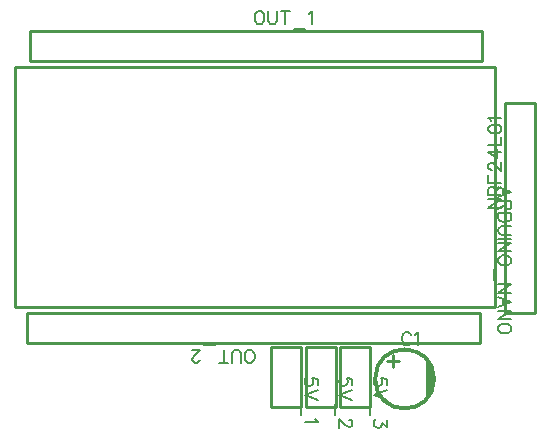
<source format=gto>
G04 Layer: TopSilkLayer*
G04 EasyEDA v6.4.19.4, 2021-04-27T12:02:32+05:30*
G04 545d4b8ce55c4096bfffc31d6a5384ca,10*
G04 Gerber Generator version 0.2*
G04 Scale: 100 percent, Rotated: No, Reflected: No *
G04 Dimensions in millimeters *
G04 leading zeros omitted , absolute positions ,4 integer and 5 decimal *
%FSLAX45Y45*%
%MOMM*%

%ADD10C,0.2540*%
%ADD17C,0.3000*%
%ADD18C,0.1524*%

%LPD*%
D18*
X4824984Y4165600D02*
G01*
X4933950Y4165600D01*
X4824984Y4165600D02*
G01*
X4933950Y4238244D01*
X4824984Y4238244D02*
G01*
X4933950Y4238244D01*
X4824984Y4272534D02*
G01*
X4933950Y4272534D01*
X4824984Y4272534D02*
G01*
X4824984Y4319270D01*
X4830063Y4335018D01*
X4835397Y4340097D01*
X4845811Y4345431D01*
X4856225Y4345431D01*
X4866640Y4340097D01*
X4871720Y4335018D01*
X4876800Y4319270D01*
X4876800Y4272534D01*
X4876800Y4309110D02*
G01*
X4933950Y4345431D01*
X4824984Y4379721D02*
G01*
X4933950Y4379721D01*
X4824984Y4379721D02*
G01*
X4824984Y4447286D01*
X4876800Y4379721D02*
G01*
X4876800Y4421123D01*
X4850891Y4486655D02*
G01*
X4845811Y4486655D01*
X4835397Y4491989D01*
X4830063Y4497070D01*
X4824984Y4507484D01*
X4824984Y4528312D01*
X4830063Y4538726D01*
X4835397Y4543805D01*
X4845811Y4549139D01*
X4856225Y4549139D01*
X4866640Y4543805D01*
X4882134Y4533392D01*
X4933950Y4481576D01*
X4933950Y4554220D01*
X4824984Y4640579D02*
G01*
X4897627Y4588510D01*
X4897627Y4666487D01*
X4824984Y4640579D02*
G01*
X4933950Y4640579D01*
X4824984Y4700778D02*
G01*
X4933950Y4700778D01*
X4933950Y4700778D02*
G01*
X4933950Y4763007D01*
X4824984Y4828539D02*
G01*
X4830063Y4813045D01*
X4845811Y4802631D01*
X4871720Y4797297D01*
X4887213Y4797297D01*
X4913375Y4802631D01*
X4928870Y4813045D01*
X4933950Y4828539D01*
X4933950Y4838954D01*
X4928870Y4854447D01*
X4913375Y4864862D01*
X4887213Y4870195D01*
X4871720Y4870195D01*
X4845811Y4864862D01*
X4830063Y4854447D01*
X4824984Y4838954D01*
X4824984Y4828539D01*
X4845811Y4904486D02*
G01*
X4840477Y4914900D01*
X4824984Y4930394D01*
X4933950Y4930394D01*
X4170578Y3086607D02*
G01*
X4165244Y3097021D01*
X4154830Y3107436D01*
X4144670Y3112515D01*
X4123842Y3112515D01*
X4113428Y3107436D01*
X4103014Y3097021D01*
X4097680Y3086607D01*
X4092600Y3070860D01*
X4092600Y3044952D01*
X4097680Y3029457D01*
X4103014Y3019044D01*
X4113428Y3008629D01*
X4123842Y3003550D01*
X4144670Y3003550D01*
X4154830Y3008629D01*
X4165244Y3019044D01*
X4170578Y3029457D01*
X4204868Y3091687D02*
G01*
X4215282Y3097021D01*
X4230776Y3112515D01*
X4230776Y3003550D01*
X3379215Y2668270D02*
G01*
X3379215Y2720086D01*
X3332479Y2725420D01*
X3337559Y2720086D01*
X3342893Y2704592D01*
X3342893Y2688844D01*
X3337559Y2673350D01*
X3327400Y2662936D01*
X3311652Y2657855D01*
X3301238Y2657855D01*
X3285743Y2662936D01*
X3275329Y2673350D01*
X3270250Y2688844D01*
X3270250Y2704592D01*
X3275329Y2720086D01*
X3280409Y2725420D01*
X3290824Y2730500D01*
X3379215Y2623565D02*
G01*
X3270250Y2581910D01*
X3379215Y2540254D02*
G01*
X3270250Y2581910D01*
X3233674Y2505963D02*
G01*
X3233674Y2412492D01*
X3358388Y2378202D02*
G01*
X3363722Y2367787D01*
X3379215Y2352294D01*
X3270250Y2352294D01*
X3963415Y2668270D02*
G01*
X3963415Y2720086D01*
X3916679Y2725420D01*
X3921759Y2720086D01*
X3927093Y2704592D01*
X3927093Y2688844D01*
X3921759Y2673350D01*
X3911600Y2662936D01*
X3895852Y2657855D01*
X3885438Y2657855D01*
X3869943Y2662936D01*
X3859529Y2673350D01*
X3854450Y2688844D01*
X3854450Y2704592D01*
X3859529Y2720086D01*
X3864609Y2725420D01*
X3875024Y2730500D01*
X3963415Y2623565D02*
G01*
X3854450Y2581910D01*
X3963415Y2540254D02*
G01*
X3854450Y2581910D01*
X3817874Y2505963D02*
G01*
X3817874Y2412492D01*
X3963415Y2367787D02*
G01*
X3963415Y2310637D01*
X3921759Y2341879D01*
X3921759Y2326386D01*
X3916679Y2315971D01*
X3911600Y2310637D01*
X3895852Y2305557D01*
X3885438Y2305557D01*
X3869943Y2310637D01*
X3859529Y2321052D01*
X3854450Y2336800D01*
X3854450Y2352294D01*
X3859529Y2367787D01*
X3864609Y2373121D01*
X3875024Y2378202D01*
X3671315Y2668270D02*
G01*
X3671315Y2720086D01*
X3624579Y2725420D01*
X3629659Y2720086D01*
X3634993Y2704592D01*
X3634993Y2688844D01*
X3629659Y2673350D01*
X3619500Y2662936D01*
X3603752Y2657855D01*
X3593338Y2657855D01*
X3577843Y2662936D01*
X3567429Y2673350D01*
X3562350Y2688844D01*
X3562350Y2704592D01*
X3567429Y2720086D01*
X3572509Y2725420D01*
X3582924Y2730500D01*
X3671315Y2623565D02*
G01*
X3562350Y2581910D01*
X3671315Y2540254D02*
G01*
X3562350Y2581910D01*
X3525774Y2505963D02*
G01*
X3525774Y2412492D01*
X3645408Y2373121D02*
G01*
X3650488Y2373121D01*
X3660902Y2367787D01*
X3666236Y2362707D01*
X3671315Y2352294D01*
X3671315Y2331465D01*
X3666236Y2321052D01*
X3660902Y2315971D01*
X3650488Y2310637D01*
X3640074Y2310637D01*
X3629659Y2315971D01*
X3614165Y2326386D01*
X3562350Y2378202D01*
X3562350Y2305557D01*
X5017515Y4301744D02*
G01*
X4908550Y4343400D01*
X5017515Y4301744D02*
G01*
X4908550Y4260342D01*
X4944872Y4327905D02*
G01*
X4944872Y4275836D01*
X5017515Y4226052D02*
G01*
X4908550Y4226052D01*
X5017515Y4226052D02*
G01*
X5017515Y4179315D01*
X5012436Y4163568D01*
X5007102Y4158487D01*
X4996688Y4153154D01*
X4986274Y4153154D01*
X4975859Y4158487D01*
X4970779Y4163568D01*
X4965700Y4179315D01*
X4965700Y4226052D01*
X4965700Y4189729D02*
G01*
X4908550Y4153154D01*
X5017515Y4118863D02*
G01*
X4908550Y4118863D01*
X5017515Y4118863D02*
G01*
X5017515Y4082542D01*
X5012436Y4067047D01*
X5002022Y4056634D01*
X4991608Y4051300D01*
X4975859Y4046220D01*
X4949952Y4046220D01*
X4934458Y4051300D01*
X4924043Y4056634D01*
X4913629Y4067047D01*
X4908550Y4082542D01*
X4908550Y4118863D01*
X5017515Y4011929D02*
G01*
X4939538Y4011929D01*
X4924043Y4006850D01*
X4913629Y3996436D01*
X4908550Y3980687D01*
X4908550Y3970273D01*
X4913629Y3954779D01*
X4924043Y3944365D01*
X4939538Y3939286D01*
X5017515Y3939286D01*
X5017515Y3904995D02*
G01*
X4908550Y3904995D01*
X5017515Y3870705D02*
G01*
X4908550Y3870705D01*
X5017515Y3870705D02*
G01*
X4908550Y3797807D01*
X5017515Y3797807D02*
G01*
X4908550Y3797807D01*
X5017515Y3732529D02*
G01*
X5012436Y3742689D01*
X5002022Y3753104D01*
X4991608Y3758437D01*
X4975859Y3763518D01*
X4949952Y3763518D01*
X4934458Y3758437D01*
X4924043Y3753104D01*
X4913629Y3742689D01*
X4908550Y3732529D01*
X4908550Y3711702D01*
X4913629Y3701287D01*
X4924043Y3690873D01*
X4934458Y3685539D01*
X4949952Y3680460D01*
X4975859Y3680460D01*
X4991608Y3685539D01*
X5002022Y3690873D01*
X5012436Y3701287D01*
X5017515Y3711702D01*
X5017515Y3732529D01*
X4871974Y3646170D02*
G01*
X4871974Y3552697D01*
X5017515Y3518407D02*
G01*
X4908550Y3518407D01*
X5017515Y3518407D02*
G01*
X4908550Y3445510D01*
X5017515Y3445510D02*
G01*
X4908550Y3445510D01*
X5017515Y3369818D02*
G01*
X4908550Y3411220D01*
X5017515Y3369818D02*
G01*
X4908550Y3328162D01*
X4944872Y3395726D02*
G01*
X4944872Y3343910D01*
X5017515Y3293871D02*
G01*
X4908550Y3293871D01*
X5017515Y3293871D02*
G01*
X4908550Y3221228D01*
X5017515Y3221228D02*
G01*
X4908550Y3221228D01*
X5017515Y3155695D02*
G01*
X5012436Y3166110D01*
X5002022Y3176523D01*
X4991608Y3181604D01*
X4975859Y3186937D01*
X4949952Y3186937D01*
X4934458Y3181604D01*
X4924043Y3176523D01*
X4913629Y3166110D01*
X4908550Y3155695D01*
X4908550Y3134868D01*
X4913629Y3124454D01*
X4924043Y3114039D01*
X4934458Y3108960D01*
X4949952Y3103879D01*
X4975859Y3103879D01*
X4991608Y3108960D01*
X5002022Y3114039D01*
X5012436Y3124454D01*
X5017515Y3134868D01*
X5017515Y3155695D01*
X2876041Y5830315D02*
G01*
X2865627Y5825236D01*
X2855213Y5814821D01*
X2849879Y5804407D01*
X2844800Y5788660D01*
X2844800Y5762752D01*
X2849879Y5747257D01*
X2855213Y5736844D01*
X2865627Y5726429D01*
X2876041Y5721350D01*
X2896870Y5721350D01*
X2907029Y5726429D01*
X2917443Y5736844D01*
X2922777Y5747257D01*
X2927858Y5762752D01*
X2927858Y5788660D01*
X2922777Y5804407D01*
X2917443Y5814821D01*
X2907029Y5825236D01*
X2896870Y5830315D01*
X2876041Y5830315D01*
X2962147Y5830315D02*
G01*
X2962147Y5752337D01*
X2967481Y5736844D01*
X2977895Y5726429D01*
X2993390Y5721350D01*
X3003804Y5721350D01*
X3019297Y5726429D01*
X3029711Y5736844D01*
X3035045Y5752337D01*
X3035045Y5830315D01*
X3105658Y5830315D02*
G01*
X3105658Y5721350D01*
X3069336Y5830315D02*
G01*
X3141979Y5830315D01*
X3176270Y5684773D02*
G01*
X3269741Y5684773D01*
X3304031Y5809487D02*
G01*
X3314445Y5814821D01*
X3329940Y5830315D01*
X3329940Y5721350D01*
X2813558Y2856484D02*
G01*
X2823972Y2861563D01*
X2834386Y2871978D01*
X2839720Y2882392D01*
X2844800Y2898139D01*
X2844800Y2924047D01*
X2839720Y2939542D01*
X2834386Y2949955D01*
X2823972Y2960370D01*
X2813558Y2965450D01*
X2792729Y2965450D01*
X2782570Y2960370D01*
X2772156Y2949955D01*
X2766822Y2939542D01*
X2761741Y2924047D01*
X2761741Y2898139D01*
X2766822Y2882392D01*
X2772156Y2871978D01*
X2782570Y2861563D01*
X2792729Y2856484D01*
X2813558Y2856484D01*
X2727452Y2856484D02*
G01*
X2727452Y2934462D01*
X2722118Y2949955D01*
X2711704Y2960370D01*
X2696209Y2965450D01*
X2685795Y2965450D01*
X2670302Y2960370D01*
X2659888Y2949955D01*
X2654554Y2934462D01*
X2654554Y2856484D01*
X2583941Y2856484D02*
G01*
X2583941Y2965450D01*
X2620263Y2856484D02*
G01*
X2547620Y2856484D01*
X2513329Y3002026D02*
G01*
X2419858Y3002026D01*
X2380234Y2882392D02*
G01*
X2380234Y2877312D01*
X2375154Y2866897D01*
X2369820Y2861563D01*
X2359659Y2856484D01*
X2338831Y2856484D01*
X2328418Y2861563D01*
X2323084Y2866897D01*
X2318004Y2877312D01*
X2318004Y2887726D01*
X2323084Y2898139D01*
X2333497Y2913634D01*
X2385568Y2965450D01*
X2312670Y2965450D01*
G36*
X4294225Y2882900D02*
G01*
X4294225Y2552700D01*
X4303776Y2562453D01*
X4312767Y2572715D01*
X4321149Y2583535D01*
X4328871Y2594813D01*
X4335881Y2606548D01*
X4342180Y2618689D01*
X4347718Y2631186D01*
X4352544Y2643987D01*
X4356557Y2657043D01*
X4359808Y2670302D01*
X4362246Y2683764D01*
X4363872Y2697327D01*
X4364685Y2710942D01*
X4364685Y2724658D01*
X4363872Y2738272D01*
X4362246Y2751836D01*
X4359808Y2765298D01*
X4356557Y2778556D01*
X4352544Y2791612D01*
X4347718Y2804414D01*
X4342180Y2816910D01*
X4335881Y2829052D01*
X4328871Y2840786D01*
X4321149Y2852064D01*
X4312767Y2862884D01*
X4303776Y2873146D01*
G37*
D10*
X5092700Y3276600D02*
G01*
X4965700Y3276600D01*
X4965700Y5054600D01*
X5219700Y5054600D01*
X5219700Y3276600D01*
X5092700Y3276600D01*
X3963187Y2867787D02*
G01*
X4064787Y2867787D01*
X4014800Y2917799D02*
G01*
X4014800Y2816199D01*
X3238500Y2984500D02*
G01*
X3238500Y2476500D01*
X2984500Y2476500D01*
X2984500Y2984500D01*
X3238500Y2984500D01*
X3822700Y2984500D02*
G01*
X3822700Y2476500D01*
X3568700Y2476500D01*
X3568700Y2984500D01*
X3822700Y2984500D01*
X3530600Y2984500D02*
G01*
X3530600Y2476500D01*
X3276600Y2476500D01*
X3276600Y2984500D01*
X3530600Y2984500D01*
X4876800Y5359400D02*
G01*
X4876800Y3327400D01*
X812800Y3327400D01*
X812800Y5359400D01*
X4876800Y5359400D01*
X940064Y5663463D02*
G01*
X940064Y5409463D01*
X4767541Y5661944D02*
G01*
X4767541Y5407944D01*
X940064Y5664454D02*
G01*
X4765540Y5663945D01*
X942070Y5409463D02*
G01*
X4766541Y5408945D01*
X4749535Y3023336D02*
G01*
X4749535Y3277336D01*
X922058Y3024855D02*
G01*
X922058Y3278855D01*
X4749535Y3022345D02*
G01*
X924059Y3022854D01*
X4747529Y3277336D02*
G01*
X923058Y3277854D01*
D17*
G75*
G01
X4364812Y2717800D02*
G03X4364812Y2717800I-250012J0D01*
M02*

</source>
